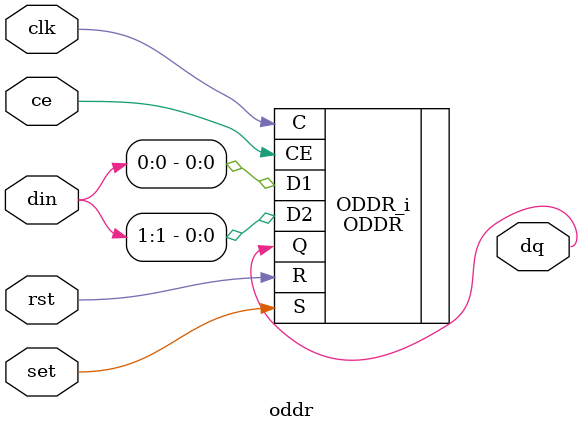
<source format=v>

/*!
 * <b>Module:</b>oddr
 * @file oddr.v
 * @date 2014-05-13  
 * @author Andrey Filippov
 *
 * @brief ODDR wrapper
 *
 * @copyright Copyright (c) 2014 Elphel, Inc.
 *
 * <b>License:</b>
 *
 * oddr.v is free software; you can redistribute it and/or modify
 * it under the terms of the GNU General Public License as published by
 * the Free Software Foundation, either version 3 of the License, or
 * (at your option) any later version.
 *
 *  oddr.v is distributed in the hope that it will be useful,
 * but WITHOUT ANY WARRANTY; without even the implied warranty of
 * MERCHANTABILITY or FITNESS FOR A PARTICULAR PURPOSE.  See the
 * GNU General Public License for more details.
 *
 * You should have received a copy of the GNU General Public License
 * along with this program.  If not, see <http://www.gnu.org/licenses/> .
 *
 * Additional permission under GNU GPL version 3 section 7:
 * If you modify this Program, or any covered work, by linking or combining it
 * with independent modules provided by the FPGA vendor only (this permission
 * does not extend to any 3-rd party modules, "soft cores" or macros) under
 * different license terms solely for the purpose of generating binary "bitstream"
 * files and/or simulating the code, the copyright holders of this Program give
 * you the right to distribute the covered work without those independent modules
 * as long as the source code for them is available from the FPGA vendor free of
 * charge, and there is no dependence on any encrypted modules for simulating of
 * the combined code. This permission applies to you if the distributed code
 * contains all the components and scripts required to completely simulate it
 * with at least one of the Free Software programs.
 */
`timescale 1ns/1ps

module  oddr#(
        parameter DDR_CLK_EDGE = "OPPOSITE_EDGE",
        parameter INIT          = 1'b0,
        parameter SRTYPE = "SYNC"
)(
    input  clk,
    input  ce,
    input  rst,
    input  set,
    input [1:0] din,
    output dq
);
    /* Instance template for module ODDR */
    ODDR #(
        .DDR_CLK_EDGE(DDR_CLK_EDGE),
        .INIT(INIT),
        .SRTYPE(SRTYPE)
    ) ODDR_i (
        .Q(dq), // output 
        .C(clk), // input 
        .CE(ce), // input 
        .D1(din[0]), // input 
        .D2(din[1]), // input 
        .R(rst), // input 
        .S(set) // input 
    );


endmodule


</source>
